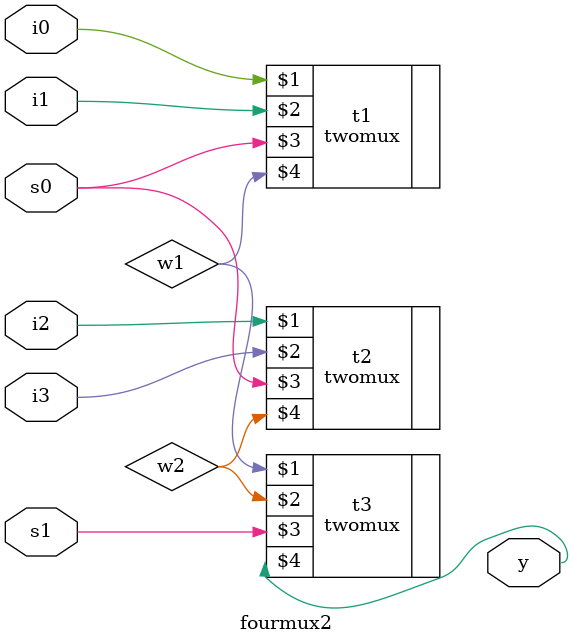
<source format=v>
module fourmux2(i0,i1,i2,i3,s0,s1,y);
input i0,i1,i2,i3,s0,s1;
output y;
wire w1,w2;
twomux t1(i0,i1,s0,w1);
twomux t2(i2,i3,s0,w2);
twomux t3(w1,w2,s1,y);
endmodule

</source>
